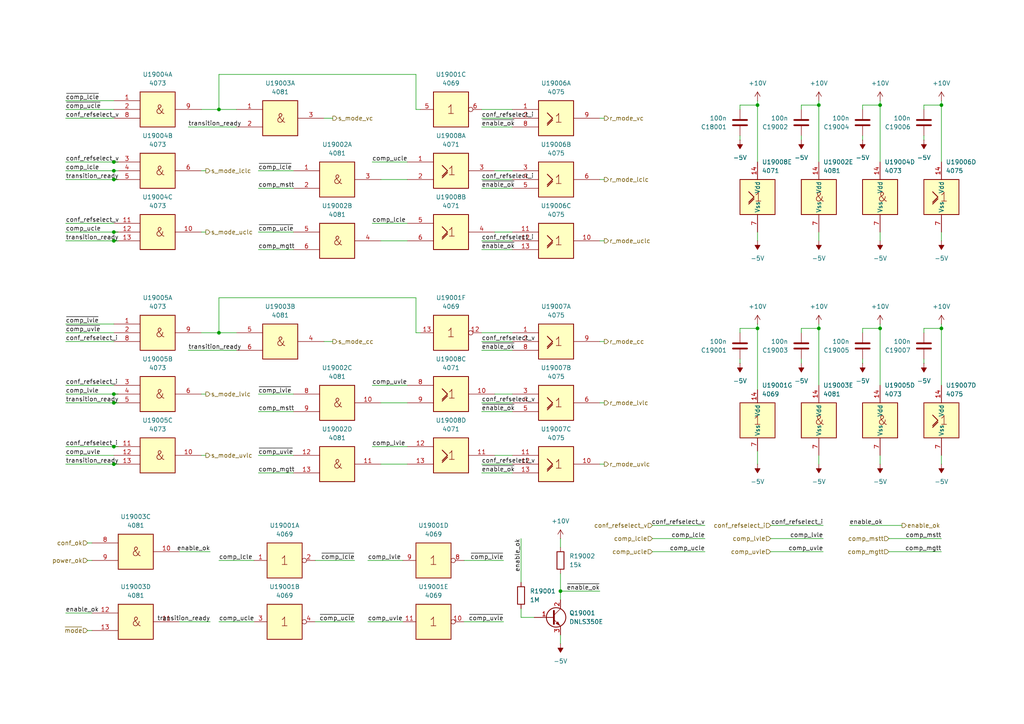
<source format=kicad_sch>
(kicad_sch (version 20231120) (generator "eeschema") (generator_version "8.0")
  (paper "A4")
  (title_block (title "Power Supply Sink") (date "2024-12-02") (rev "0.11.0") (company "Open Battery Tester") (comment 1 "Mode Transition"))
  (lib_symbols
    (symbol "pss:+10V" (power) (pin_numbers hide) (pin_names (offset 0) hide)
      (property "Value" "+10V" (at 0 3.556 0))
      (symbol "+10V_0_1"
        (polyline (pts (xy -0.762 1.27) (xy 0 2.54)))
        (polyline (pts (xy 0 0) (xy 0 2.54)))
        (polyline (pts (xy 0 2.54) (xy 0.762 1.27)))
      )
      (symbol "+10V_1_1"
        (pin power_in line (at 0 0 90) (length 0) (name "~") (number "1"))
      )
    )
    (symbol "pss:-5V" (power) (pin_numbers hide) (pin_names (offset 0) hide)
      (property "Value" "-5V" (at 0 3.556 0))
      (symbol "-5V_0_0"
        (pin power_in line (at 0 0 90) (length 0) (name "~") (number "1"))
      )
      (symbol "-5V_0_1"
        (polyline (pts (xy 0 0) (xy 0 1.27) (xy 0.762 1.27) (xy 0 2.54) (xy -0.762 1.27) (xy 0 1.27)) (fill (type outline)))
      )
    )
    (symbol "pss:4069"
      (property "Reference" "U" (at 2.54 10.16 0))
      (property "Value" "4069" (at 2.54 7.62 0))
      (symbol "4069_0_0"
        (text "1" (at 0 0 0) (effects (font (size 2.54 2.54))))
      )
      (symbol "4069_0_1"
        (rectangle (start -5.08 5.08) (end 5.08 -5.08) (stroke (width 0.254)) (fill (type background)))
      )
      (symbol "4069_1_1"
        (pin input line (at -8.89 0 0) (length 3.81) (name "~") (number "1"))
        (pin output inverted (at 8.89 0 180) (length 3.81) (name "~") (number "2"))
      )
      (symbol "4069_2_1"
        (pin input line (at -8.89 0 0) (length 3.81) (name "~") (number "3"))
        (pin output inverted (at 8.89 0 180) (length 3.81) (name "~") (number "4"))
      )
      (symbol "4069_3_1"
        (pin input line (at -8.89 0 0) (length 3.81) (name "~") (number "5"))
        (pin output inverted (at 8.89 0 180) (length 3.81) (name "~") (number "6"))
      )
      (symbol "4069_4_1"
        (pin output inverted (at 8.89 0 180) (length 3.81) (name "~") (number "8"))
        (pin input line (at -8.89 0 0) (length 3.81) (name "~") (number "9"))
      )
      (symbol "4069_5_1"
        (pin output inverted (at 8.89 0 180) (length 3.81) (name "~") (number "10"))
        (pin input line (at -8.89 0 0) (length 3.81) (name "~") (number "11"))
      )
      (symbol "4069_6_1"
        (pin output inverted (at 8.89 0 180) (length 3.81) (name "~") (number "12"))
        (pin input line (at -8.89 0 0) (length 3.81) (name "~") (number "13"))
      )
      (symbol "4069_7_0"
        (pin power_in line (at 0 8.89 270) (length 3.81) (name "Vdd") (number "14"))
        (pin power_in line (at 0 -8.89 90) (length 3.81) (name "Vss") (number "7"))
      )
    )
    (symbol "pss:4071"
      (property "Reference" "U" (at 2.54 6.35 0))
      (property "Value" "4071" (at 6.35 -6.35 0))
      (symbol "4071_0_0"
        (rectangle (start -5.08 5.08) (end 5.08 -5.08) (stroke (width 0.254)) (fill (type background)))
        (polyline (pts (xy -2.54 -2.032) (xy -1.016 -0.508) (xy -1.016 -0.508)) (stroke (width 0.254)) (fill (type background)))
        (polyline (pts (xy -2.54 1.524) (xy -1.016 0) (xy -2.54 -1.524) (xy -2.54 -1.524)) (stroke (width 0.254)) (fill (type background)))
        (text "1" (at 0.254 0 0) (effects (font (size 2.54 2.54))))
      )
      (symbol "4071_1_1"
        (pin input line (at -12.7 2.54 0) (length 7.62) (name "~") (number "1"))
        (pin input line (at -12.7 -2.54 0) (length 7.62) (name "~") (number "2"))
        (pin output line (at 12.7 0 180) (length 7.62) (name "~") (number "3"))
      )
      (symbol "4071_2_1"
        (pin output line (at 12.7 0 180) (length 7.62) (name "~") (number "4"))
        (pin input line (at -12.7 2.54 0) (length 7.62) (name "~") (number "5"))
        (pin input line (at -12.7 -2.54 0) (length 7.62) (name "~") (number "6"))
      )
      (symbol "4071_3_1"
        (pin output line (at 12.7 0 180) (length 7.62) (name "~") (number "10"))
        (pin input line (at -12.7 2.54 0) (length 7.62) (name "~") (number "8"))
        (pin input line (at -12.7 -2.54 0) (length 7.62) (name "~") (number "9"))
      )
      (symbol "4071_4_1"
        (pin output line (at 12.7 0 180) (length 7.62) (name "~") (number "11"))
        (pin input line (at -12.7 2.54 0) (length 7.62) (name "~") (number "12"))
        (pin input line (at -12.7 -2.54 0) (length 7.62) (name "~") (number "13"))
      )
      (symbol "4071_5_0"
        (pin power_in line (at 0 10.16 270) (length 5.08) (name "Vdd") (number "14"))
        (pin power_in line (at 0 -10.16 90) (length 5.08) (name "Vss") (number "7"))
      )
    )
    (symbol "pss:4073"
      (property "Reference" "U" (at 3.81 6.35 0))
      (property "Value" "4073" (at 6.35 -6.35 0))
      (symbol "4073_0_0"
        (rectangle (start -5.08 5.08) (end 5.08 -5.08) (stroke (width 0.254)) (fill (type background)))
        (text "&" (at 0.762 0 0) (effects (font (size 2.54 2.54))))
      )
      (symbol "4073_1_1"
        (pin input line (at -12.7 2.54 0) (length 7.62) (name "~") (number "1"))
        (pin input line (at -12.7 0 0) (length 7.62) (name "~") (number "2"))
        (pin input line (at -12.7 -2.54 0) (length 7.62) (name "~") (number "8"))
        (pin output line (at 12.7 0 180) (length 7.62) (name "~") (number "9"))
      )
      (symbol "4073_2_1"
        (pin input line (at -12.7 2.54 0) (length 7.62) (name "~") (number "3"))
        (pin input line (at -12.7 0 0) (length 7.62) (name "~") (number "4"))
        (pin input line (at -12.7 -2.54 0) (length 7.62) (name "~") (number "5"))
        (pin output line (at 12.7 0 180) (length 7.62) (name "~") (number "6"))
      )
      (symbol "4073_3_1"
        (pin output line (at 12.7 0 180) (length 7.62) (name "~") (number "10"))
        (pin input line (at -12.7 2.54 0) (length 7.62) (name "~") (number "11"))
        (pin input line (at -12.7 0 0) (length 7.62) (name "~") (number "12"))
        (pin input line (at -12.7 -2.54 0) (length 7.62) (name "~") (number "13"))
      )
      (symbol "4073_4_0"
        (pin power_in line (at 0 10.16 270) (length 5.08) (name "Vdd") (number "14"))
        (pin power_in line (at 0 -10.16 90) (length 5.08) (name "Vss") (number "7"))
      )
    )
    (symbol "pss:4075"
      (property "Reference" "U" (at 0 8.89 0))
      (property "Value" "4075" (at 0 6.35 0))
      (symbol "4075_0_0"
        (rectangle (start -5.08 5.08) (end 5.08 -5.08) (stroke (width 0.254)) (fill (type background)))
        (polyline (pts (xy -2.54 -2.032) (xy -1.016 -0.508) (xy -1.016 -0.508)) (stroke (width 0.254)) (fill (type background)))
        (polyline (pts (xy -2.54 1.524) (xy -1.016 0) (xy -2.54 -1.524) (xy -2.54 -1.524)) (stroke (width 0.254)) (fill (type background)))
        (text "1" (at 0.762 0 0) (effects (font (size 2.54 2.54))))
      )
      (symbol "4075_1_1"
        (pin input line (at -12.7 2.54 0) (length 7.62) (name "~") (number "1"))
        (pin input line (at -12.7 0 0) (length 7.62) (name "~") (number "2"))
        (pin input line (at -12.7 -2.54 0) (length 7.62) (name "~") (number "8"))
        (pin output line (at 12.7 0 180) (length 7.62) (name "~") (number "9"))
      )
      (symbol "4075_2_1"
        (pin input line (at -12.7 2.54 0) (length 7.62) (name "~") (number "3"))
        (pin input line (at -12.7 0 0) (length 7.62) (name "~") (number "4"))
        (pin input line (at -12.7 -2.54 0) (length 7.62) (name "~") (number "5"))
        (pin output line (at 12.7 0 180) (length 7.62) (name "~") (number "6"))
      )
      (symbol "4075_3_1"
        (pin output line (at 12.7 0 180) (length 7.62) (name "~") (number "10"))
        (pin input line (at -12.7 2.54 0) (length 7.62) (name "~") (number "11"))
        (pin input line (at -12.7 0 0) (length 7.62) (name "~") (number "12"))
        (pin input line (at -12.7 -2.54 0) (length 7.62) (name "~") (number "13"))
      )
      (symbol "4075_4_0"
        (pin power_in line (at 0 10.16 270) (length 5.08) (name "Vdd") (number "14"))
        (pin power_in line (at 0 -10.16 90) (length 5.08) (name "Vss") (number "7"))
      )
    )
    (symbol "pss:4081"
      (property "Reference" "U" (at 2.54 10.16 0))
      (property "Value" "4081" (at 2.54 7.62 0))
      (symbol "4081_0_0"
        (rectangle (start -5.08 5.08) (end 5.08 -5.08) (stroke (width 0.254)) (fill (type background)))
        (text "&" (at 0.254 0 0) (effects (font (size 2.54 2.54))))
      )
      (symbol "4081_1_1"
        (pin input line (at -12.7 2.54 0) (length 7.62) (name "~") (number "1"))
        (pin input line (at -12.7 -2.54 0) (length 7.62) (name "~") (number "2"))
        (pin output line (at 12.7 0 180) (length 7.62) (name "~") (number "3"))
      )
      (symbol "4081_2_1"
        (pin output line (at 12.7 0 180) (length 7.62) (name "~") (number "4"))
        (pin input line (at -12.7 2.54 0) (length 7.62) (name "~") (number "5"))
        (pin input line (at -12.7 -2.54 0) (length 7.62) (name "~") (number "6"))
      )
      (symbol "4081_3_1"
        (pin output line (at 12.7 0 180) (length 7.62) (name "~") (number "10"))
        (pin input line (at -12.7 2.54 0) (length 7.62) (name "~") (number "8"))
        (pin input line (at -12.7 -2.54 0) (length 7.62) (name "~") (number "9"))
      )
      (symbol "4081_4_1"
        (pin output line (at 12.7 0 180) (length 7.62) (name "~") (number "11"))
        (pin input line (at -12.7 2.54 0) (length 7.62) (name "~") (number "12"))
        (pin input line (at -12.7 -2.54 0) (length 7.62) (name "~") (number "13"))
      )
      (symbol "4081_5_0"
        (pin power_in line (at 0 10.16 270) (length 5.08) (name "Vdd") (number "14"))
        (pin power_in line (at 0 -10.16 90) (length 5.08) (name "Vss") (number "7"))
      )
    )
    (symbol "pss:C" (pin_numbers hide) (pin_names (offset 0.254))
      (property "Reference" "C" (at 0.635 2.54 0))
      (property "Value" "C" (at 0.635 -2.54 0))
      (symbol "C_0_1"
        (polyline (pts (xy -2.032 -0.762) (xy 2.032 -0.762)) (stroke (width 0.508)))
        (polyline (pts (xy -2.032 0.762) (xy 2.032 0.762)) (stroke (width 0.508)))
      )
      (symbol "C_1_1"
        (pin passive line (at 0 3.81 270) (length 2.794) (name "~") (number "1"))
        (pin passive line (at 0 -3.81 90) (length 2.794) (name "~") (number "2"))
      )
    )
    (symbol "pss:Q_NPN_BCE" (pin_names (offset 0) hide)
      (property "Reference" "Q" (at 5.08 1.27 0))
      (property "Value" "Q_NPN_BCE" (at 5.08 -1.27 0))
      (symbol "Q_NPN_BCE_0_1"
        (polyline (pts (xy 0.635 0.635) (xy 2.54 2.54)))
        (polyline (pts (xy 0.635 -0.635) (xy 2.54 -2.54) (xy 2.54 -2.54)))
        (polyline (pts (xy 0.635 1.905) (xy 0.635 -1.905) (xy 0.635 -1.905)) (stroke (width 0.508)))
        (polyline (pts (xy 1.27 -1.778) (xy 1.778 -1.27) (xy 2.286 -2.286) (xy 1.27 -1.778) (xy 1.27 -1.778)) (fill (type outline)))
        (circle (center 1.27 0) (radius 2.8194) (stroke (width 0.254)))
      )
      (symbol "Q_NPN_BCE_1_1"
        (pin input line (at -5.08 0 0) (length 5.715) (name "B") (number "1"))
        (pin passive line (at 2.54 5.08 270) (length 2.54) (name "C") (number "2"))
        (pin passive line (at 2.54 -5.08 90) (length 2.54) (name "E") (number "3"))
      )
    )
    (symbol "pss:R" (pin_numbers hide) (pin_names (offset 0))
      (property "Reference" "R" (at 2.032 0 90))
      (property "Value" "R" (at 0 0 90))
      (symbol "R_0_1"
        (rectangle (start -1.016 -2.54) (end 1.016 2.54) (stroke (width 0.254)))
      )
      (symbol "R_1_1"
        (pin passive line (at 0 3.81 270) (length 1.27) (name "~") (number "1"))
        (pin passive line (at 0 -3.81 90) (length 1.27) (name "~") (number "2"))
      )
    )
  )
  (junction (at 33.02 67.31))
  (junction (at 162.56 171.45))
  (junction (at 33.02 52.07))
  (junction (at 219.71 30.48))
  (junction (at 273.05 95.25))
  (junction (at 33.02 134.62))
  (junction (at 33.02 116.84))
  (junction (at 273.05 30.48))
  (junction (at 33.02 69.85))
  (junction (at 33.02 129.54))
  (junction (at 237.49 30.48))
  (junction (at 219.71 95.25))
  (junction (at 33.02 46.99))
  (junction (at 63.5 96.52))
  (junction (at 33.02 114.3))
  (junction (at 255.27 30.48))
  (junction (at 237.49 95.25))
  (junction (at 33.02 49.53))
  (junction (at 63.5 31.75))
  (junction (at 255.27 95.25))
  (wire (pts (xy 74.93 114.3) (xy 85.09 114.3)))
  (wire (pts (xy 19.05 31.75) (xy 33.02 31.75)))
  (wire (pts (xy 19.05 52.07) (xy 33.02 52.07)))
  (wire (pts (xy 143.51 132.08) (xy 148.59 132.08)))
  (wire (pts (xy 134.62 180.34) (xy 146.05 180.34)))
  (wire (pts (xy 273.05 93.98) (xy 273.05 95.25)))
  (wire (pts (xy 151.13 179.07) (xy 154.94 179.07)))
  (wire (pts (xy 255.27 95.25) (xy 255.27 111.76)))
  (wire (pts (xy 19.05 69.85) (xy 33.02 69.85)))
  (wire (pts (xy 232.41 39.37) (xy 232.41 40.64)))
  (wire (pts (xy 106.68 180.34) (xy 116.84 180.34)))
  (wire (pts (xy 214.63 30.48) (xy 214.63 31.75)))
  (wire (pts (xy 63.5 31.75) (xy 68.58 31.75)))
  (wire (pts (xy 107.95 111.76) (xy 118.11 111.76)))
  (wire (pts (xy 19.05 34.29) (xy 33.02 34.29)))
  (wire (pts (xy 250.19 96.52) (xy 250.19 95.25)))
  (wire (pts (xy 63.5 21.59) (xy 63.5 31.75)))
  (wire (pts (xy 58.42 49.53) (xy 59.69 49.53)))
  (wire (pts (xy 107.95 129.54) (xy 118.11 129.54)))
  (wire (pts (xy 267.97 39.37) (xy 267.97 40.64)))
  (wire (pts (xy 219.71 93.98) (xy 219.71 95.25)))
  (wire (pts (xy 19.05 29.21) (xy 33.02 29.21)))
  (wire (pts (xy 232.41 96.52) (xy 232.41 95.25)))
  (wire (pts (xy 110.49 69.85) (xy 118.11 69.85)))
  (wire (pts (xy 19.05 99.06) (xy 33.02 99.06)))
  (wire (pts (xy 26.67 177.8) (xy 19.05 177.8)))
  (wire (pts (xy 139.7 96.52) (xy 148.59 96.52)))
  (wire (pts (xy 267.97 31.75) (xy 267.97 30.48)))
  (wire (pts (xy 255.27 29.21) (xy 255.27 30.48)))
  (wire (pts (xy 34.29 46.99) (xy 33.02 46.99)))
  (wire (pts (xy 255.27 67.31) (xy 255.27 69.85)))
  (wire (pts (xy 250.19 104.14) (xy 250.19 105.41)))
  (wire (pts (xy 189.23 152.4) (xy 204.47 152.4)))
  (wire (pts (xy 139.7 34.29) (xy 148.59 34.29)))
  (wire (pts (xy 232.41 31.75) (xy 232.41 30.48)))
  (wire (pts (xy 54.61 36.83) (xy 68.58 36.83)))
  (wire (pts (xy 139.7 116.84) (xy 148.59 116.84)))
  (wire (pts (xy 151.13 156.21) (xy 151.13 168.91)))
  (wire (pts (xy 93.98 99.06) (xy 96.52 99.06)))
  (wire (pts (xy 257.81 160.02) (xy 273.05 160.02)))
  (wire (pts (xy 223.52 156.21) (xy 238.76 156.21)))
  (wire (pts (xy 237.49 132.08) (xy 237.49 134.62)))
  (wire (pts (xy 189.23 156.21) (xy 204.47 156.21)))
  (wire (pts (xy 54.61 101.6) (xy 68.58 101.6)))
  (wire (pts (xy 34.29 67.31) (xy 33.02 67.31)))
  (wire (pts (xy 58.42 31.75) (xy 63.5 31.75)))
  (wire (pts (xy 91.44 180.34) (xy 102.87 180.34)))
  (wire (pts (xy 63.5 162.56) (xy 73.66 162.56)))
  (wire (pts (xy 134.62 162.56) (xy 146.05 162.56)))
  (wire (pts (xy 19.05 134.62) (xy 33.02 134.62)))
  (wire (pts (xy 33.02 49.53) (xy 19.05 49.53)))
  (wire (pts (xy 237.49 67.31) (xy 237.49 69.85)))
  (wire (pts (xy 223.52 160.02) (xy 238.76 160.02)))
  (wire (pts (xy 267.97 30.48) (xy 273.05 30.48)))
  (wire (pts (xy 120.65 21.59) (xy 63.5 21.59)))
  (wire (pts (xy 237.49 95.25) (xy 237.49 111.76)))
  (wire (pts (xy 162.56 184.15) (xy 162.56 186.69)))
  (wire (pts (xy 120.65 86.36) (xy 63.5 86.36)))
  (wire (pts (xy 34.29 129.54) (xy 33.02 129.54)))
  (wire (pts (xy 219.71 46.99) (xy 219.71 30.48)))
  (wire (pts (xy 34.29 49.53) (xy 33.02 49.53)))
  (wire (pts (xy 250.19 39.37) (xy 250.19 40.64)))
  (wire (pts (xy 34.29 69.85) (xy 33.02 69.85)))
  (wire (pts (xy 143.51 114.3) (xy 148.59 114.3)))
  (wire (pts (xy 219.71 95.25) (xy 219.71 113.03)))
  (wire (pts (xy 214.63 104.14) (xy 214.63 105.41)))
  (wire (pts (xy 19.05 116.84) (xy 33.02 116.84)))
  (wire (pts (xy 19.05 114.3) (xy 33.02 114.3)))
  (wire (pts (xy 34.29 114.3) (xy 33.02 114.3)))
  (wire (pts (xy 273.05 29.21) (xy 273.05 30.48)))
  (wire (pts (xy 74.93 132.08) (xy 85.09 132.08)))
  (wire (pts (xy 162.56 166.37) (xy 162.56 171.45)))
  (wire (pts (xy 219.71 29.21) (xy 219.71 30.48)))
  (wire (pts (xy 173.99 34.29) (xy 175.26 34.29)))
  (wire (pts (xy 139.7 99.06) (xy 148.59 99.06)))
  (wire (pts (xy 232.41 30.48) (xy 237.49 30.48)))
  (wire (pts (xy 139.7 119.38) (xy 148.59 119.38)))
  (wire (pts (xy 34.29 134.62) (xy 33.02 134.62)))
  (wire (pts (xy 232.41 104.14) (xy 232.41 105.41)))
  (wire (pts (xy 151.13 176.53) (xy 151.13 179.07)))
  (wire (pts (xy 139.7 54.61) (xy 148.59 54.61)))
  (wire (pts (xy 162.56 156.21) (xy 162.56 158.75)))
  (wire (pts (xy 255.27 132.08) (xy 255.27 134.62)))
  (wire (pts (xy 58.42 67.31) (xy 59.69 67.31)))
  (wire (pts (xy 273.05 30.48) (xy 273.05 46.99)))
  (wire (pts (xy 143.51 67.31) (xy 148.59 67.31)))
  (wire (pts (xy 139.7 69.85) (xy 148.59 69.85)))
  (wire (pts (xy 60.96 180.34) (xy 52.07 180.34)))
  (wire (pts (xy 107.95 64.77) (xy 118.11 64.77)))
  (wire (pts (xy 214.63 95.25) (xy 219.71 95.25)))
  (wire (pts (xy 58.42 96.52) (xy 63.5 96.52)))
  (wire (pts (xy 19.05 46.99) (xy 33.02 46.99)))
  (wire (pts (xy 121.92 31.75) (xy 120.65 31.75)))
  (wire (pts (xy 106.68 162.56) (xy 116.84 162.56)))
  (wire (pts (xy 120.65 96.52) (xy 120.65 86.36)))
  (wire (pts (xy 219.71 67.31) (xy 219.71 69.85)))
  (wire (pts (xy 223.52 152.4) (xy 238.76 152.4)))
  (wire (pts (xy 246.38 152.4) (xy 261.62 152.4)))
  (wire (pts (xy 257.81 156.21) (xy 273.05 156.21)))
  (wire (pts (xy 189.23 160.02) (xy 204.47 160.02)))
  (wire (pts (xy 250.19 95.25) (xy 255.27 95.25)))
  (wire (pts (xy 173.99 116.84) (xy 175.26 116.84)))
  (wire (pts (xy 267.97 96.52) (xy 267.97 95.25)))
  (wire (pts (xy 19.05 93.98) (xy 33.02 93.98)))
  (wire (pts (xy 232.41 95.25) (xy 237.49 95.25)))
  (wire (pts (xy 139.7 72.39) (xy 148.59 72.39)))
  (wire (pts (xy 63.5 96.52) (xy 68.58 96.52)))
  (wire (pts (xy 173.99 69.85) (xy 175.26 69.85)))
  (wire (pts (xy 110.49 52.07) (xy 118.11 52.07)))
  (wire (pts (xy 139.7 137.16) (xy 148.59 137.16)))
  (wire (pts (xy 255.27 30.48) (xy 255.27 46.99)))
  (wire (pts (xy 273.05 67.31) (xy 273.05 69.85)))
  (wire (pts (xy 173.99 99.06) (xy 175.26 99.06)))
  (wire (pts (xy 33.02 67.31) (xy 19.05 67.31)))
  (wire (pts (xy 162.56 171.45) (xy 162.56 173.99)))
  (wire (pts (xy 25.4 157.48) (xy 26.67 157.48)))
  (wire (pts (xy 143.51 49.53) (xy 148.59 49.53)))
  (wire (pts (xy 139.7 101.6) (xy 148.59 101.6)))
  (wire (pts (xy 107.95 46.99) (xy 118.11 46.99)))
  (wire (pts (xy 74.93 67.31) (xy 85.09 67.31)))
  (wire (pts (xy 173.99 134.62) (xy 175.26 134.62)))
  (wire (pts (xy 19.05 96.52) (xy 33.02 96.52)))
  (wire (pts (xy 19.05 132.08) (xy 33.02 132.08)))
  (wire (pts (xy 255.27 93.98) (xy 255.27 95.25)))
  (wire (pts (xy 58.42 114.3) (xy 59.69 114.3)))
  (wire (pts (xy 237.49 93.98) (xy 237.49 95.25)))
  (wire (pts (xy 267.97 95.25) (xy 273.05 95.25)))
  (wire (pts (xy 74.93 137.16) (xy 85.09 137.16)))
  (wire (pts (xy 173.99 52.07) (xy 175.26 52.07)))
  (wire (pts (xy 74.93 49.53) (xy 85.09 49.53)))
  (wire (pts (xy 139.7 52.07) (xy 148.59 52.07)))
  (wire (pts (xy 19.05 129.54) (xy 33.02 129.54)))
  (wire (pts (xy 74.93 119.38) (xy 85.09 119.38)))
  (wire (pts (xy 139.7 31.75) (xy 148.59 31.75)))
  (wire (pts (xy 219.71 130.81) (xy 219.71 134.62)))
  (wire (pts (xy 162.56 171.45) (xy 173.99 171.45)))
  (wire (pts (xy 219.71 30.48) (xy 214.63 30.48)))
  (wire (pts (xy 52.07 160.02) (xy 60.96 160.02)))
  (wire (pts (xy 110.49 134.62) (xy 118.11 134.62)))
  (wire (pts (xy 74.93 54.61) (xy 85.09 54.61)))
  (wire (pts (xy 237.49 29.21) (xy 237.49 30.48)))
  (wire (pts (xy 273.05 132.08) (xy 273.05 134.62)))
  (wire (pts (xy 139.7 134.62) (xy 148.59 134.62)))
  (wire (pts (xy 19.05 111.76) (xy 33.02 111.76)))
  (wire (pts (xy 250.19 31.75) (xy 250.19 30.48)))
  (wire (pts (xy 139.7 36.83) (xy 148.59 36.83)))
  (wire (pts (xy 273.05 95.25) (xy 273.05 111.76)))
  (wire (pts (xy 25.4 182.88) (xy 26.67 182.88)))
  (wire (pts (xy 250.19 30.48) (xy 255.27 30.48)))
  (wire (pts (xy 19.05 64.77) (xy 33.02 64.77)))
  (wire (pts (xy 214.63 39.37) (xy 214.63 40.64)))
  (wire (pts (xy 267.97 104.14) (xy 267.97 105.41)))
  (wire (pts (xy 63.5 86.36) (xy 63.5 96.52)))
  (wire (pts (xy 34.29 52.07) (xy 33.02 52.07)))
  (wire (pts (xy 110.49 116.84) (xy 118.11 116.84)))
  (wire (pts (xy 120.65 31.75) (xy 120.65 21.59)))
  (wire (pts (xy 63.5 180.34) (xy 73.66 180.34)))
  (wire (pts (xy 120.65 96.52) (xy 121.92 96.52)))
  (wire (pts (xy 25.4 162.56) (xy 26.67 162.56)))
  (wire (pts (xy 214.63 96.52) (xy 214.63 95.25)))
  (wire (pts (xy 91.44 162.56) (xy 102.87 162.56)))
  (wire (pts (xy 58.42 132.08) (xy 59.69 132.08)))
  (wire (pts (xy 34.29 116.84) (xy 33.02 116.84)))
  (wire (pts (xy 74.93 72.39) (xy 85.09 72.39)))
  (wire (pts (xy 237.49 30.48) (xy 237.49 46.99)))
  (wire (pts (xy 93.98 34.29) (xy 96.52 34.29)))
  (label "comp_mstt" (at 273.05 156.21 180))
  (label "comp_uvle" (at 107.95 111.76 0))
  (label "~{enable_ok}" (at 173.99 171.45 180))
  (label "~{comp_uvle}" (at 19.05 96.52 0))
  (label "transition_ready" (at 54.61 36.83 0))
  (label "enable_ok" (at 60.96 160.02 180))
  (label "comp_ucle" (at 63.5 180.34 0))
  (label "~{comp_lvle}" (at 146.05 162.56 180))
  (label "transition_ready" (at 19.05 52.07 0))
  (label "comp_uvle" (at 238.76 160.02 180))
  (label "comp_ucle" (at 19.05 67.31 0))
  (label "~{enable_ok}" (at 139.7 72.39 0))
  (label "~{comp_lcle}" (at 102.87 162.56 180))
  (label "enable_ok" (at 19.05 177.8 0))
  (label "conf_refselect_i" (at 19.05 111.76 0))
  (label "comp_mgtt" (at 74.93 72.39 0))
  (label "conf_refselect_i" (at 139.7 52.07 0))
  (label "conf_refselect_i" (at 19.05 99.06 0))
  (label "conf_refselect_v" (at 204.47 152.4 180))
  (label "comp_lvle" (at 238.76 156.21 180))
  (label "~{enable_ok}" (at 139.7 137.16 0))
  (label "transition_ready" (at 60.96 180.34 180))
  (label "~{comp_ucle}" (at 74.93 67.31 0))
  (label "~{comp_lcle}" (at 74.93 49.53 0))
  (label "comp_lcle" (at 107.95 64.77 0))
  (label "conf_refselect_i" (at 139.7 34.29 0))
  (label "comp_mgtt" (at 74.93 137.16 0))
  (label "~{comp_uvle}" (at 146.05 180.34 180))
  (label "~{comp_ucle}" (at 102.87 180.34 180))
  (label "conf_refselect_i" (at 238.76 152.4 180))
  (label "comp_lvle" (at 106.68 162.56 0))
  (label "comp_mgtt" (at 273.05 160.02 180))
  (label "conf_refselect_v" (at 19.05 64.77 0))
  (label "comp_lvle" (at 107.95 129.54 0))
  (label "~{enable_ok}" (at 139.7 54.61 0))
  (label "transition_ready" (at 19.05 134.62 0))
  (label "transition_ready" (at 19.05 69.85 0))
  (label "transition_ready" (at 19.05 116.84 0))
  (label "comp_ucle" (at 107.95 46.99 0))
  (label "comp_ucle" (at 204.47 160.02 180))
  (label "~{comp_lcle}" (at 19.05 29.21 0))
  (label "comp_mstt" (at 74.93 54.61 0))
  (label "~{comp_uvle}" (at 74.93 132.08 0))
  (label "conf_refselect_v" (at 139.7 99.06 0))
  (label "comp_lvle" (at 19.05 114.3 0))
  (label "conf_refselect_v" (at 139.7 134.62 0))
  (label "conf_refselect_i" (at 139.7 69.85 0))
  (label "~{comp_lvle}" (at 19.05 93.98 0))
  (label "~{comp_ucle}" (at 19.05 31.75 0))
  (label "enable_ok" (at 246.38 152.4 0))
  (label "comp_mstt" (at 74.93 119.38 0))
  (label "comp_lcle" (at 63.5 162.56 0))
  (label "conf_refselect_v" (at 19.05 46.99 0))
  (label "transition_ready" (at 54.61 101.6 0))
  (label "comp_uvle" (at 106.68 180.34 0))
  (label "conf_refselect_i" (at 19.05 129.54 0))
  (label "~{enable_ok}" (at 139.7 119.38 0))
  (label "conf_refselect_v" (at 139.7 116.84 0))
  (label "~{comp_lvle}" (at 74.93 114.3 0))
  (label "comp_lcle" (at 19.05 49.53 0))
  (label "enable_ok" (at 151.13 156.21 270))
  (label "conf_refselect_v" (at 19.05 34.29 0))
  (label "~{enable_ok}" (at 139.7 101.6 0))
  (label "comp_lcle" (at 204.47 156.21 180))
  (label "comp_uvle" (at 19.05 132.08 0))
  (label "~{enable_ok}" (at 139.7 36.83 0))
  (hierarchical_label "s_mode_lclc" (shape output) (at 59.69 49.53 0))
  (hierarchical_label "enable_ok" (shape output) (at 261.62 152.4 0))
  (hierarchical_label "comp_uvle" (shape input) (at 223.52 160.02 180))
  (hierarchical_label "comp_mgtt" (shape input) (at 257.81 160.02 180))
  (hierarchical_label "s_mode_uvlc" (shape output) (at 59.69 132.08 0))
  (hierarchical_label "s_mode_uclc" (shape output) (at 59.69 67.31 0))
  (hierarchical_label "r_mode_uclc" (shape output) (at 175.26 69.85 0))
  (hierarchical_label "comp_mstt" (shape input) (at 257.81 156.21 180))
  (hierarchical_label "r_mode_lvlc" (shape output) (at 175.26 116.84 0))
  (hierarchical_label "power_ok" (shape input) (at 25.4 162.56 180))
  (hierarchical_label "conf_refselect_v" (shape input) (at 189.23 152.4 180))
  (hierarchical_label "comp_lcle" (shape input) (at 189.23 156.21 180))
  (hierarchical_label "s_mode_lvlc" (shape output) (at 59.69 114.3 0))
  (hierarchical_label "s_mode_vc" (shape output) (at 96.52 34.29 0))
  (hierarchical_label "comp_lvle" (shape input) (at 223.52 156.21 180))
  (hierarchical_label "~{mode}" (shape input) (at 25.4 182.88 180))
  (hierarchical_label "s_mode_cc" (shape output) (at 96.52 99.06 0))
  (hierarchical_label "r_mode_lclc" (shape output) (at 175.26 52.07 0))
  (hierarchical_label "conf_refselect_i" (shape input) (at 223.52 152.4 180))
  (hierarchical_label "comp_ucle" (shape input) (at 189.23 160.02 180))
  (hierarchical_label "r_mode_vc" (shape output) (at 175.26 34.29 0))
  (hierarchical_label "r_mode_cc" (shape output) (at 175.26 99.06 0))
  (hierarchical_label "r_mode_uvlc" (shape output) (at 175.26 134.62 0))
  (hierarchical_label "conf_ok" (shape input) (at 25.4 157.48 180))
  (symbol (lib_id "pss:4073") (at 45.72 96.52 0) (unit 1)
    (property "Reference" "U19005" (at 45.72 86.36 0))
    (property "Value" "4073" (at 45.72 88.9 0))
    (property "Footprint" "Package_SO:SOIC-14_3.9x8.7mm_P1.27mm" (effects (hide yes)))
    (property "Datasheet" "https://www.ti.com/lit/ds/symlink/cd4073b.pdf" (effects (hide yes)))
    (property "MPN" "CD4073BM96" (effects (hide yes)))
    (property "VPN" "595-CD4073BM96" (effects (hide yes)))
  )
  (symbol (lib_id "pss:-5V") (at 219.71 134.62 180) (unit 1)
    (property "Reference" "#PWR019005" (effects (hide yes)))
    (property "Value" "-5V" (at 219.71 139.7 0))
    (property "Description" "Power symbol creates a global label with name \"-5V\"" (effects (hide yes)))
  )
  (symbol (lib_id "pss:-5V") (at 250.19 40.64 180) (unit 1)
    (property "Reference" "#PWR019014" (effects (hide yes)))
    (property "Value" "-5V" (at 250.19 45.72 0))
    (property "Description" "Power symbol creates a global label with name \"-5V\"" (effects (hide yes)))
  )
  (symbol (lib_id "pss:4073") (at 45.72 114.3 0) (unit 2)
    (property "Reference" "U19005" (at 45.72 104.14 0))
    (property "Value" "4073" (at 45.72 106.68 0))
    (property "Footprint" "Package_SO:SOIC-14_3.9x8.7mm_P1.27mm" (effects (hide yes)))
    (property "Datasheet" "https://www.ti.com/lit/ds/symlink/cd4073b.pdf" (effects (hide yes)))
    (property "MPN" "CD4073BM96" (effects (hide yes)))
    (property "VPN" "595-CD4073BM96" (effects (hide yes)))
  )
  (symbol (lib_id "pss:4081") (at 39.37 160.02 0) (unit 3)
    (property "Reference" "U19003" (at 39.37 149.86 0))
    (property "Value" "4081" (at 39.37 152.4 0))
    (property "Footprint" "Package_SO:SOIC-14_3.9x8.7mm_P1.27mm" (effects (hide yes)))
    (property "Datasheet" "https://www.ti.com/lit/ds/symlink/cd4081b.pdf" (effects (hide yes)))
    (property "MPN" "CD4081BM96" (effects (hide yes)))
    (property "VPN" "595-CD4081BM96" (effects (hide yes)))
  )
  (symbol (lib_id "pss:4069") (at 82.55 162.56 0) (unit 1)
    (property "Reference" "U19001" (at 82.55 152.4 0))
    (property "Value" "4069" (at 82.55 154.94 0))
    (property "Footprint" "Package_SO:SOIC-14_3.9x8.7mm_P1.27mm" (effects (hide yes)))
    (property "Datasheet" "https://www.ti.com/lit/ds/symlink/cd4069ub.pdf" (effects (hide yes)))
    (property "MPN" "CD4069UBM96" (effects (hide yes)))
    (property "VPN" "595-CD4069UBM96" (effects (hide yes)))
  )
  (symbol (lib_id "pss:4073") (at 45.72 31.75 0) (unit 1)
    (property "Reference" "U19004" (at 45.72 21.59 0))
    (property "Value" "4073" (at 45.72 24.13 0))
    (property "Footprint" "Package_SO:SOIC-14_3.9x8.7mm_P1.27mm" (effects (hide yes)))
    (property "Datasheet" "https://www.ti.com/lit/ds/symlink/cd4073b.pdf" (effects (hide yes)))
    (property "MPN" "CD4073BM96" (effects (hide yes)))
    (property "VPN" "595-CD4073BM96" (effects (hide yes)))
  )
  (symbol (lib_id "pss:4069") (at 130.81 31.75 0) (unit 3)
    (property "Reference" "U19001" (at 130.81 21.59 0))
    (property "Value" "4069" (at 130.81 24.13 0))
    (property "Footprint" "Package_SO:SOIC-14_3.9x8.7mm_P1.27mm" (effects (hide yes)))
    (property "Datasheet" "https://www.ti.com/lit/ds/symlink/cd4069ub.pdf" (effects (hide yes)))
    (property "MPN" "CD4069UBM96" (effects (hide yes)))
    (property "VPN" "595-CD4069UBM96" (effects (hide yes)))
  )
  (symbol (lib_id "pss:4071") (at 130.81 114.3 0) (unit 3)
    (property "Reference" "U19008" (at 130.81 104.14 0))
    (property "Value" "4071" (at 130.81 106.68 0))
    (property "Footprint" "Package_SO:SOIC-14_3.9x8.7mm_P1.27mm" (effects (hide yes)))
    (property "Datasheet" "https://www.ti.com/lit/ds/symlink/cd4071b.pdf" (effects (hide yes)))
    (property "MPN" "CD4071BM96" (effects (hide yes)))
    (property "VPN" "595-CD4071BM96" (effects (hide yes)))
  )
  (symbol (lib_id "pss:-5V") (at 214.63 105.41 180) (unit 1)
    (property "Reference" "#PWR019003" (effects (hide yes)))
    (property "Value" "-5V" (at 214.63 110.49 0))
    (property "Description" "Power symbol creates a global label with name \"-5V\"" (effects (hide yes)))
  )
  (symbol (lib_id "pss:4075") (at 273.05 121.92 0) (unit 4)
    (property "Reference" "U19007" (at 274.32 111.76 0) (effects (justify left)))
    (property "Value" "4075" (at 274.32 114.3 0) (effects (justify left)))
    (property "Footprint" "Package_SO:SOIC-14_3.9x8.7mm_P1.27mm" (effects (hide yes)))
    (property "Datasheet" "https://www.ti.com/lit/ds/symlink/cd4075b.pdf" (effects (hide yes)))
    (property "MPN" "CD4075BM96" (effects (hide yes)))
    (property "VPN" "595-CD4075BM96" (effects (hide yes)))
  )
  (symbol (lib_id "pss:-5V") (at 237.49 69.85 180) (unit 1)
    (property "Reference" "#PWR019011" (effects (hide yes)))
    (property "Value" "-5V" (at 237.49 74.93 0))
    (property "Description" "Power symbol creates a global label with name \"-5V\"" (effects (hide yes)))
  )
  (symbol (lib_id "pss:-5V") (at 162.56 186.69 180) (unit 1)
    (property "Reference" "#PWR019002" (effects (hide yes)))
    (property "Value" "-5V" (at 162.56 191.77 0))
    (property "Description" "Power symbol creates a global label with name \"-5V\"" (effects (hide yes)))
  )
  (symbol (lib_id "pss:4073") (at 255.27 57.15 0) (unit 4)
    (property "Reference" "U19004" (at 256.54 46.99 0) (effects (justify left)))
    (property "Value" "4073" (at 256.54 49.53 0) (effects (justify left)))
    (property "Footprint" "Package_SO:SOIC-14_3.9x8.7mm_P1.27mm" (effects (hide yes)))
    (property "Datasheet" "https://www.ti.com/lit/ds/symlink/cd4073b.pdf" (effects (hide yes)))
    (property "MPN" "CD4073BM96" (effects (hide yes)))
    (property "VPN" "595-CD4073BM96" (effects (hide yes)))
  )
  (symbol (lib_id "pss:+10V") (at 237.49 29.21 0) (unit 1)
    (property "Reference" "#PWR019010" (effects (hide yes)))
    (property "Value" "+10V" (at 237.49 24.13 0))
    (property "Description" "Power symbol creates a global label with name \"+10V\"" (effects (hide yes)))
  )
  (symbol (lib_id "pss:+10V") (at 237.49 93.98 0) (unit 1)
    (property "Reference" "#PWR019012" (effects (hide yes)))
    (property "Value" "+10V" (at 237.49 88.9 0))
    (property "Description" "Power symbol creates a global label with name \"+10V\"" (effects (hide yes)))
  )
  (symbol (lib_id "pss:4069") (at 125.73 162.56 0) (unit 4)
    (property "Reference" "U19001" (at 125.73 152.4 0))
    (property "Value" "4069" (at 125.73 154.94 0))
    (property "Footprint" "Package_SO:SOIC-14_3.9x8.7mm_P1.27mm" (effects (hide yes)))
    (property "Datasheet" "https://www.ti.com/lit/ds/symlink/cd4069ub.pdf" (effects (hide yes)))
    (property "MPN" "CD4069UBM96" (effects (hide yes)))
    (property "VPN" "595-CD4069UBM96" (effects (hide yes)))
  )
  (symbol (lib_id "pss:-5V") (at 232.41 40.64 180) (unit 1)
    (property "Reference" "#PWR019008" (effects (hide yes)))
    (property "Value" "-5V" (at 232.41 45.72 0))
    (property "Description" "Power symbol creates a global label with name \"-5V\"" (effects (hide yes)))
  )
  (symbol (lib_id "pss:4073") (at 255.27 121.92 0) (unit 4)
    (property "Reference" "U19005" (at 256.54 111.76 0) (effects (justify left)))
    (property "Value" "4073" (at 256.54 114.3 0) (effects (justify left)))
    (property "Footprint" "Package_SO:SOIC-14_3.9x8.7mm_P1.27mm" (effects (hide yes)))
    (property "Datasheet" "https://www.ti.com/lit/ds/symlink/cd4073b.pdf" (effects (hide yes)))
    (property "MPN" "CD4073BM96" (effects (hide yes)))
    (property "VPN" "595-CD4073BM96" (effects (hide yes)))
  )
  (symbol (lib_id "pss:4075") (at 161.29 99.06 0) (unit 1)
    (property "Reference" "U19007" (at 161.29 88.9 0))
    (property "Value" "4075" (at 161.29 91.44 0))
    (property "Footprint" "Package_SO:SOIC-14_3.9x8.7mm_P1.27mm" (effects (hide yes)))
    (property "Datasheet" "https://www.ti.com/lit/ds/symlink/cd4075b.pdf" (effects (hide yes)))
    (property "MPN" "CD4075BM96" (effects (hide yes)))
    (property "VPN" "595-CD4075BM96" (effects (hide yes)))
  )
  (symbol (lib_id "pss:4081") (at 39.37 180.34 0) (unit 4)
    (property "Reference" "U19003" (at 39.37 170.18 0))
    (property "Value" "4081" (at 39.37 172.72 0))
    (property "Footprint" "Package_SO:SOIC-14_3.9x8.7mm_P1.27mm" (effects (hide yes)))
    (property "Datasheet" "https://www.ti.com/lit/ds/symlink/cd4081b.pdf" (effects (hide yes)))
    (property "MPN" "CD4081BM96" (effects (hide yes)))
    (property "VPN" "595-CD4081BM96" (effects (hide yes)))
  )
  (symbol (lib_id "pss:+10V") (at 219.71 93.98 0) (unit 1)
    (property "Reference" "#PWR019004" (effects (hide yes)))
    (property "Value" "+10V" (at 219.71 88.9 0))
    (property "Description" "Power symbol creates a global label with name \"+10V\"" (effects (hide yes)))
  )
  (symbol (lib_id "pss:+10V") (at 273.05 29.21 0) (unit 1)
    (property "Reference" "#PWR019022" (effects (hide yes)))
    (property "Value" "+10V" (at 273.05 24.13 0))
    (property "Description" "Power symbol creates a global label with name \"+10V\"" (effects (hide yes)))
  )
  (symbol (lib_id "pss:-5V") (at 255.27 134.62 180) (unit 1)
    (property "Reference" "#PWR019019" (effects (hide yes)))
    (property "Value" "-5V" (at 255.27 139.7 0))
    (property "Description" "Power symbol creates a global label with name \"-5V\"" (effects (hide yes)))
  )
  (symbol (lib_id "pss:-5V") (at 214.63 40.64 180) (unit 1)
    (property "Reference" "#PWR018002" (effects (hide yes)))
    (property "Value" "-5V" (at 214.63 45.72 0))
    (property "Description" "Power symbol creates a global label with name \"-5V\"" (effects (hide yes)))
  )
  (symbol (lib_id "pss:4071") (at 219.71 57.15 0) (unit 5)
    (property "Reference" "U19008" (at 220.98 46.99 0) (effects (justify left)))
    (property "Value" "4071" (at 220.98 49.53 0) (effects (justify left)))
    (property "Footprint" "Package_SO:SOIC-14_3.9x8.7mm_P1.27mm" (effects (hide yes)))
    (property "Datasheet" "https://www.ti.com/lit/ds/symlink/cd4071b.pdf" (effects (hide yes)))
    (property "MPN" "CD4071BM96" (effects (hide yes)))
    (property "VPN" "595-CD4071BM96" (effects (hide yes)))
  )
  (symbol (lib_id "pss:C") (at 232.41 100.33 180) (unit 1)
    (property "Reference" "C19003" (at 228.6 101.6001 0) (effects (justify left)))
    (property "Value" "100n" (at 228.6 99.0601 0) (effects (justify left)))
    (property "Footprint" "Capacitor_SMD:C_0805_2012Metric_Pad1.18x1.45mm_HandSolder" (effects (hide yes)))
    (property "Datasheet" "https://www.mouser.de/datasheet/2/447/KEM_C1002_X7R_SMD-3316098.pdf" (effects (hide yes)))
    (property "Description" "Unpolarized capacitor" (effects (hide yes)))
    (property "MPN" "C0805C104K3RACTU" (effects (hide yes)))
    (property "VPN" "80-C0805C104K3R" (effects (hide yes)))
  )
  (symbol (lib_id "pss:R") (at 162.56 162.56 0) (unit 1)
    (property "Reference" "R19002" (at 165.1 161.2899 0) (effects (justify left)))
    (property "Value" "15k" (at 165.1 163.8299 0) (effects (justify left)))
    (property "Footprint" "Resistor_SMD:R_1210_3225Metric_Pad1.30x2.65mm_HandSolder" (effects (hide yes)))
    (property "Datasheet" "https://www.mouser.de/datasheet/2/447/YAGEO_PYu_RC_Group_51_RoHS_L_12-3313492.pdf" (effects (hide yes)))
    (property "Description" "Resistor" (effects (hide yes)))
    (property "MPN" "RC1210FR-0715KL" (effects (hide yes)))
    (property "VPN" "603-RC1210FR-0715KL" (effects (hide yes)))
  )
  (symbol (lib_id "pss:4075") (at 273.05 57.15 0) (unit 4)
    (property "Reference" "U19006" (at 274.32 46.99 0) (effects (justify left)))
    (property "Value" "4075" (at 274.32 49.53 0) (effects (justify left)))
    (property "Footprint" "Package_SO:SOIC-14_3.9x8.7mm_P1.27mm" (effects (hide yes)))
    (property "Datasheet" "https://www.ti.com/lit/ds/symlink/cd4075b.pdf" (effects (hide yes)))
    (property "MPN" "CD4075BM96" (effects (hide yes)))
    (property "VPN" "595-CD4075BM96" (effects (hide yes)))
  )
  (symbol (lib_id "pss:4081") (at 97.79 69.85 0) (unit 2)
    (property "Reference" "U19002" (at 97.79 59.69 0))
    (property "Value" "4081" (at 97.79 62.23 0))
    (property "Footprint" "Package_SO:SOIC-14_3.9x8.7mm_P1.27mm" (effects (hide yes)))
    (property "Datasheet" "https://www.ti.com/lit/ds/symlink/cd4081b.pdf" (effects (hide yes)))
    (property "MPN" "CD4081BM96" (effects (hide yes)))
    (property "VPN" "595-CD4081BM96" (effects (hide yes)))
  )
  (symbol (lib_id "pss:-5V") (at 267.97 40.64 180) (unit 1)
    (property "Reference" "#PWR019020" (effects (hide yes)))
    (property "Value" "-5V" (at 267.97 45.72 0))
    (property "Description" "Power symbol creates a global label with name \"-5V\"" (effects (hide yes)))
  )
  (symbol (lib_id "pss:4081") (at 81.28 99.06 0) (unit 2)
    (property "Reference" "U19003" (at 81.28 88.9 0))
    (property "Value" "4081" (at 81.28 91.44 0))
    (property "Footprint" "Package_SO:SOIC-14_3.9x8.7mm_P1.27mm" (effects (hide yes)))
    (property "Datasheet" "https://www.ti.com/lit/ds/symlink/cd4081b.pdf" (effects (hide yes)))
    (property "MPN" "CD4081BM96" (effects (hide yes)))
    (property "VPN" "595-CD4081BM96" (effects (hide yes)))
  )
  (symbol (lib_id "pss:Q_NPN_BCE") (at 160.02 179.07 0) (unit 1)
    (property "Reference" "Q19001" (at 165.1 177.7999 0) (effects (justify left)))
    (property "Value" "DNLS350E" (at 165.1 180.3399 0) (effects (justify left)))
    (property "Footprint" "Package_TO_SOT_SMD:SOT-223-3_TabPin2" (effects (hide yes)))
    (property "Datasheet" "https://www.diodes.com/assets/Datasheets/ds31231.pdf" (effects (hide yes)))
    (property "Description" "NPN transistor, base/collector/emitter" (effects (hide yes)))
    (property "MPN" "DNLS350E-13" (effects (hide yes)))
    (property "VPN" "621-DNLS350E-13" (effects (hide yes)))
  )
  (symbol (lib_id "pss:-5V") (at 232.41 105.41 180) (unit 1)
    (property "Reference" "#PWR019009" (effects (hide yes)))
    (property "Value" "-5V" (at 232.41 110.49 0))
    (property "Description" "Power symbol creates a global label with name \"-5V\"" (effects (hide yes)))
  )
  (symbol (lib_id "pss:4071") (at 130.81 132.08 0) (unit 4)
    (property "Reference" "U19008" (at 130.81 121.92 0))
    (property "Value" "4071" (at 130.81 124.46 0))
    (property "Footprint" "Package_SO:SOIC-14_3.9x8.7mm_P1.27mm" (effects (hide yes)))
    (property "Datasheet" "https://www.ti.com/lit/ds/symlink/cd4071b.pdf" (effects (hide yes)))
    (property "MPN" "CD4071BM96" (effects (hide yes)))
    (property "VPN" "595-CD4071BM96" (effects (hide yes)))
  )
  (symbol (lib_id "pss:-5V") (at 273.05 69.85 180) (unit 1)
    (property "Reference" "#PWR019023" (effects (hide yes)))
    (property "Value" "-5V" (at 273.05 74.93 0))
    (property "Description" "Power symbol creates a global label with name \"-5V\"" (effects (hide yes)))
  )
  (symbol (lib_id "pss:4073") (at 45.72 132.08 0) (unit 3)
    (property "Reference" "U19005" (at 45.72 121.92 0))
    (property "Value" "4073" (at 45.72 124.46 0))
    (property "Footprint" "Package_SO:SOIC-14_3.9x8.7mm_P1.27mm" (effects (hide yes)))
    (property "Datasheet" "https://www.ti.com/lit/ds/symlink/cd4073b.pdf" (effects (hide yes)))
    (property "MPN" "CD4073BM96" (effects (hide yes)))
    (property "VPN" "595-CD4073BM96" (effects (hide yes)))
  )
  (symbol (lib_id "pss:C") (at 250.19 100.33 180) (unit 1)
    (property "Reference" "C19005" (at 246.38 101.6001 0) (effects (justify left)))
    (property "Value" "100n" (at 246.38 99.0601 0) (effects (justify left)))
    (property "Footprint" "Capacitor_SMD:C_0805_2012Metric_Pad1.18x1.45mm_HandSolder" (effects (hide yes)))
    (property "Datasheet" "https://www.mouser.de/datasheet/2/447/KEM_C1002_X7R_SMD-3316098.pdf" (effects (hide yes)))
    (property "Description" "Unpolarized capacitor" (effects (hide yes)))
    (property "MPN" "C0805C104K3RACTU" (effects (hide yes)))
    (property "VPN" "80-C0805C104K3R" (effects (hide yes)))
  )
  (symbol (lib_id "pss:4081") (at 97.79 134.62 0) (unit 4)
    (property "Reference" "U19002" (at 97.79 124.46 0))
    (property "Value" "4081" (at 97.79 127 0))
    (property "Footprint" "Package_SO:SOIC-14_3.9x8.7mm_P1.27mm" (effects (hide yes)))
    (property "Datasheet" "https://www.ti.com/lit/ds/symlink/cd4081b.pdf" (effects (hide yes)))
    (property "MPN" "CD4081BM96" (effects (hide yes)))
    (property "VPN" "595-CD4081BM96" (effects (hide yes)))
  )
  (symbol (lib_id "pss:-5V") (at 267.97 105.41 180) (unit 1)
    (property "Reference" "#PWR019021" (effects (hide yes)))
    (property "Value" "-5V" (at 267.97 110.49 0))
    (property "Description" "Power symbol creates a global label with name \"-5V\"" (effects (hide yes)))
  )
  (symbol (lib_id "pss:R") (at 151.13 172.72 0) (unit 1)
    (property "Reference" "R19001" (at 153.67 171.4499 0) (effects (justify left)))
    (property "Value" "1M" (at 153.67 173.9899 0) (effects (justify left)))
    (property "Footprint" "Resistor_SMD:R_1210_3225Metric_Pad1.30x2.65mm_HandSolder" (effects (hide yes)))
    (property "Datasheet" "https://www.mouser.de/datasheet/2/447/YAGEO_PYu_RC_Group_51_RoHS_L_12-3313492.pdf" (effects (hide yes)))
    (property "Description" "Resistor" (effects (hide yes)))
    (property "MPN" "RC1210FR-071ML" (effects (hide yes)))
    (property "VPN" "603-RC1210FR-071ML" (effects (hide yes)))
  )
  (symbol (lib_id "pss:4075") (at 161.29 34.29 0) (unit 1)
    (property "Reference" "U19006" (at 161.29 24.13 0))
    (property "Value" "4075" (at 161.29 26.67 0))
    (property "Footprint" "Package_SO:SOIC-14_3.9x8.7mm_P1.27mm" (effects (hide yes)))
    (property "Datasheet" "https://www.ti.com/lit/ds/symlink/cd4075b.pdf" (effects (hide yes)))
    (property "MPN" "CD4075BM96" (effects (hide yes)))
    (property "VPN" "595-CD4075BM96" (effects (hide yes)))
  )
  (symbol (lib_id "pss:4075") (at 161.29 116.84 0) (unit 2)
    (property "Reference" "U19007" (at 161.29 106.68 0))
    (property "Value" "4075" (at 161.29 109.22 0))
    (property "Footprint" "Package_SO:SOIC-14_3.9x8.7mm_P1.27mm" (effects (hide yes)))
    (property "Datasheet" "https://www.ti.com/lit/ds/symlink/cd4075b.pdf" (effects (hide yes)))
    (property "MPN" "CD4075BM96" (effects (hide yes)))
    (property "VPN" "595-CD4075BM96" (effects (hide yes)))
  )
  (symbol (lib_id "pss:+10V") (at 162.56 156.21 0) (unit 1)
    (property "Reference" "#PWR019001" (effects (hide yes)))
    (property "Value" "+10V" (at 162.56 151.13 0))
    (property "Description" "Power symbol creates a global label with name \"+10V\"" (effects (hide yes)))
  )
  (symbol (lib_id "pss:4075") (at 161.29 69.85 0) (unit 3)
    (property "Reference" "U19006" (at 161.29 59.69 0))
    (property "Value" "4075" (at 161.29 62.23 0))
    (property "Footprint" "Package_SO:SOIC-14_3.9x8.7mm_P1.27mm" (effects (hide yes)))
    (property "Datasheet" "https://www.ti.com/lit/ds/symlink/cd4075b.pdf" (effects (hide yes)))
    (property "MPN" "CD4075BM96" (effects (hide yes)))
    (property "VPN" "595-CD4075BM96" (effects (hide yes)))
  )
  (symbol (lib_id "pss:4081") (at 237.49 121.92 0) (unit 5)
    (property "Reference" "U19003" (at 238.76 111.76 0) (effects (justify left)))
    (property "Value" "4081" (at 238.76 114.3 0) (effects (justify left)))
    (property "Footprint" "Package_SO:SOIC-14_3.9x8.7mm_P1.27mm" (effects (hide yes)))
    (property "Datasheet" "https://www.ti.com/lit/ds/symlink/cd4081b.pdf" (effects (hide yes)))
    (property "MPN" "CD4081BM96" (effects (hide yes)))
    (property "VPN" "595-CD4081BM96" (effects (hide yes)))
  )
  (symbol (lib_id "pss:4071") (at 130.81 49.53 0) (unit 1)
    (property "Reference" "U19008" (at 130.81 39.37 0))
    (property "Value" "4071" (at 130.81 41.91 0))
    (property "Footprint" "Package_SO:SOIC-14_3.9x8.7mm_P1.27mm" (effects (hide yes)))
    (property "Datasheet" "https://www.ti.com/lit/ds/symlink/cd4071b.pdf" (effects (hide yes)))
    (property "MPN" "CD4071BM96" (effects (hide yes)))
    (property "VPN" "595-CD4071BM96" (effects (hide yes)))
  )
  (symbol (lib_id "pss:C") (at 267.97 35.56 180) (unit 1)
    (property "Reference" "C19006" (at 264.16 36.8301 0) (effects (justify left)))
    (property "Value" "100n" (at 264.16 34.2901 0) (effects (justify left)))
    (property "Footprint" "Capacitor_SMD:C_0805_2012Metric_Pad1.18x1.45mm_HandSolder" (effects (hide yes)))
    (property "Datasheet" "https://www.mouser.de/datasheet/2/447/KEM_C1002_X7R_SMD-3316098.pdf" (effects (hide yes)))
    (property "Description" "Unpolarized capacitor" (effects (hide yes)))
    (property "MPN" "C0805C104K3RACTU" (effects (hide yes)))
    (property "VPN" "80-C0805C104K3R" (effects (hide yes)))
  )
  (symbol (lib_id "pss:4069") (at 82.55 180.34 0) (unit 2)
    (property "Reference" "U19001" (at 82.55 170.18 0))
    (property "Value" "4069" (at 82.55 172.72 0))
    (property "Footprint" "Package_SO:SOIC-14_3.9x8.7mm_P1.27mm" (effects (hide yes)))
    (property "Datasheet" "https://www.ti.com/lit/ds/symlink/cd4069ub.pdf" (effects (hide yes)))
    (property "MPN" "CD4069UBM96" (effects (hide yes)))
    (property "VPN" "595-CD4069UBM96" (effects (hide yes)))
  )
  (symbol (lib_id "pss:-5V") (at 250.19 105.41 180) (unit 1)
    (property "Reference" "#PWR019015" (effects (hide yes)))
    (property "Value" "-5V" (at 250.19 110.49 0))
    (property "Description" "Power symbol creates a global label with name \"-5V\"" (effects (hide yes)))
  )
  (symbol (lib_id "pss:-5V") (at 219.71 69.85 180) (unit 1)
    (property "Reference" "#PWR018003" (effects (hide yes)))
    (property "Value" "-5V" (at 219.71 74.93 0))
    (property "Description" "Power symbol creates a global label with name \"-5V\"" (effects (hide yes)))
  )
  (symbol (lib_id "pss:-5V") (at 255.27 69.85 180) (unit 1)
    (property "Reference" "#PWR019017" (effects (hide yes)))
    (property "Value" "-5V" (at 255.27 74.93 0))
    (property "Description" "Power symbol creates a global label with name \"-5V\"" (effects (hide yes)))
  )
  (symbol (lib_id "pss:C") (at 267.97 100.33 180) (unit 1)
    (property "Reference" "C19007" (at 264.16 101.6001 0) (effects (justify left)))
    (property "Value" "100n" (at 264.16 99.0601 0) (effects (justify left)))
    (property "Footprint" "Capacitor_SMD:C_0805_2012Metric_Pad1.18x1.45mm_HandSolder" (effects (hide yes)))
    (property "Datasheet" "https://www.mouser.de/datasheet/2/447/KEM_C1002_X7R_SMD-3316098.pdf" (effects (hide yes)))
    (property "Description" "Unpolarized capacitor" (effects (hide yes)))
    (property "MPN" "C0805C104K3RACTU" (effects (hide yes)))
    (property "VPN" "80-C0805C104K3R" (effects (hide yes)))
  )
  (symbol (lib_id "pss:-5V") (at 237.49 134.62 180) (unit 1)
    (property "Reference" "#PWR019013" (effects (hide yes)))
    (property "Value" "-5V" (at 237.49 139.7 0))
    (property "Description" "Power symbol creates a global label with name \"-5V\"" (effects (hide yes)))
  )
  (symbol (lib_id "pss:+10V") (at 273.05 93.98 0) (unit 1)
    (property "Reference" "#PWR019024" (effects (hide yes)))
    (property "Value" "+10V" (at 273.05 88.9 0))
    (property "Description" "Power symbol creates a global label with name \"+10V\"" (effects (hide yes)))
  )
  (symbol (lib_id "pss:4073") (at 45.72 49.53 0) (unit 2)
    (property "Reference" "U19004" (at 45.72 39.37 0))
    (property "Value" "4073" (at 45.72 41.91 0))
    (property "Footprint" "Package_SO:SOIC-14_3.9x8.7mm_P1.27mm" (effects (hide yes)))
    (property "Datasheet" "https://www.ti.com/lit/ds/symlink/cd4073b.pdf" (effects (hide yes)))
    (property "MPN" "CD4073BM96" (effects (hide yes)))
    (property "VPN" "595-CD4073BM96" (effects (hide yes)))
  )
  (symbol (lib_id "pss:C") (at 250.19 35.56 180) (unit 1)
    (property "Reference" "C19004" (at 246.38 36.8301 0) (effects (justify left)))
    (property "Value" "100n" (at 246.38 34.2901 0) (effects (justify left)))
    (property "Footprint" "Capacitor_SMD:C_0805_2012Metric_Pad1.18x1.45mm_HandSolder" (effects (hide yes)))
    (property "Datasheet" "https://www.mouser.de/datasheet/2/447/KEM_C1002_X7R_SMD-3316098.pdf" (effects (hide yes)))
    (property "Description" "Unpolarized capacitor" (effects (hide yes)))
    (property "MPN" "C0805C104K3RACTU" (effects (hide yes)))
    (property "VPN" "80-C0805C104K3R" (effects (hide yes)))
  )
  (symbol (lib_id "pss:4069") (at 219.71 121.92 0) (unit 7)
    (property "Reference" "U19001" (at 220.98 111.76 0) (effects (justify left)))
    (property "Value" "4069" (at 220.98 114.3 0) (effects (justify left)))
    (property "Footprint" "Package_SO:SOIC-14_3.9x8.7mm_P1.27mm" (effects (hide yes)))
    (property "Datasheet" "https://www.ti.com/lit/ds/symlink/cd4069ub.pdf" (effects (hide yes)))
    (property "MPN" "CD4069UBM96" (effects (hide yes)))
    (property "VPN" "595-CD4069UBM96" (effects (hide yes)))
  )
  (symbol (lib_id "pss:4075") (at 161.29 52.07 0) (unit 2)
    (property "Reference" "U19006" (at 161.29 41.91 0))
    (property "Value" "4075" (at 161.29 44.45 0))
    (property "Footprint" "Package_SO:SOIC-14_3.9x8.7mm_P1.27mm" (effects (hide yes)))
    (property "Datasheet" "https://www.ti.com/lit/ds/symlink/cd4075b.pdf" (effects (hide yes)))
    (property "MPN" "CD4075BM96" (effects (hide yes)))
    (property "VPN" "595-CD4075BM96" (effects (hide yes)))
  )
  (symbol (lib_id "pss:+10V") (at 255.27 29.21 0) (unit 1)
    (property "Reference" "#PWR019016" (effects (hide yes)))
    (property "Value" "+10V" (at 255.27 24.13 0))
    (property "Description" "Power symbol creates a global label with name \"+10V\"" (effects (hide yes)))
  )
  (symbol (lib_id "pss:4081") (at 81.28 34.29 0) (unit 1)
    (property "Reference" "U19003" (at 81.28 24.13 0))
    (property "Value" "4081" (at 81.28 26.67 0))
    (property "Footprint" "Package_SO:SOIC-14_3.9x8.7mm_P1.27mm" (effects (hide yes)))
    (property "Datasheet" "https://www.ti.com/lit/ds/symlink/cd4081b.pdf" (effects (hide yes)))
    (property "MPN" "CD4081BM96" (effects (hide yes)))
    (property "VPN" "595-CD4081BM96" (effects (hide yes)))
  )
  (symbol (lib_id "pss:4069") (at 130.81 96.52 0) (unit 6)
    (property "Reference" "U19001" (at 130.81 86.36 0))
    (property "Value" "4069" (at 130.81 88.9 0))
    (property "Footprint" "Package_SO:SOIC-14_3.9x8.7mm_P1.27mm" (effects (hide yes)))
    (property "Datasheet" "https://www.ti.com/lit/ds/symlink/cd4069ub.pdf" (effects (hide yes)))
    (property "MPN" "CD4069UBM96" (effects (hide yes)))
    (property "VPN" "595-CD4069UBM96" (effects (hide yes)))
  )
  (symbol (lib_id "pss:4075") (at 161.29 134.62 0) (unit 3)
    (property "Reference" "U19007" (at 161.29 124.46 0))
    (property "Value" "4075" (at 161.29 127 0))
    (property "Footprint" "Package_SO:SOIC-14_3.9x8.7mm_P1.27mm" (effects (hide yes)))
    (property "Datasheet" "https://www.ti.com/lit/ds/symlink/cd4075b.pdf" (effects (hide yes)))
    (property "MPN" "CD4075BM96" (effects (hide yes)))
    (property "VPN" "595-CD4075BM96" (effects (hide yes)))
  )
  (symbol (lib_id "pss:4071") (at 130.81 67.31 0) (unit 2)
    (property "Reference" "U19008" (at 130.81 57.15 0))
    (property "Value" "4071" (at 130.81 59.69 0))
    (property "Footprint" "Package_SO:SOIC-14_3.9x8.7mm_P1.27mm" (effects (hide yes)))
    (property "Datasheet" "https://www.ti.com/lit/ds/symlink/cd4071b.pdf" (effects (hide yes)))
    (property "MPN" "CD4071BM96" (effects (hide yes)))
    (property "VPN" "595-CD4071BM96" (effects (hide yes)))
  )
  (symbol (lib_id "pss:C") (at 214.63 100.33 180) (unit 1)
    (property "Reference" "C19001" (at 210.82 101.6001 0) (effects (justify left)))
    (property "Value" "100n" (at 210.82 99.0601 0) (effects (justify left)))
    (property "Footprint" "Capacitor_SMD:C_0805_2012Metric_Pad1.18x1.45mm_HandSolder" (effects (hide yes)))
    (property "Datasheet" "https://www.mouser.de/datasheet/2/447/KEM_C1002_X7R_SMD-3316098.pdf" (effects (hide yes)))
    (property "Description" "Unpolarized capacitor" (effects (hide yes)))
    (property "MPN" "C0805C104K3RACTU" (effects (hide yes)))
    (property "VPN" "80-C0805C104K3R" (effects (hide yes)))
  )
  (symbol (lib_id "pss:4081") (at 237.49 57.15 0) (unit 5)
    (property "Reference" "U19002" (at 238.76 46.99 0) (effects (justify left)))
    (property "Value" "4081" (at 238.76 49.53 0) (effects (justify left)))
    (property "Footprint" "Package_SO:SOIC-14_3.9x8.7mm_P1.27mm" (effects (hide yes)))
    (property "Datasheet" "https://www.ti.com/lit/ds/symlink/cd4081b.pdf" (effects (hide yes)))
    (property "MPN" "CD4081BM96" (effects (hide yes)))
    (property "VPN" "595-CD4081BM96" (effects (hide yes)))
  )
  (symbol (lib_id "pss:4073") (at 45.72 67.31 0) (unit 3)
    (property "Reference" "U19004" (at 45.72 57.15 0))
    (property "Value" "4073" (at 45.72 59.69 0))
    (property "Footprint" "Package_SO:SOIC-14_3.9x8.7mm_P1.27mm" (effects (hide yes)))
    (property "Datasheet" "https://www.ti.com/lit/ds/symlink/cd4073b.pdf" (effects (hide yes)))
    (property "MPN" "CD4073BM96" (effects (hide yes)))
    (property "VPN" "595-CD4073BM96" (effects (hide yes)))
  )
  (symbol (lib_id "pss:4069") (at 125.73 180.34 0) (unit 5)
    (property "Reference" "U19001" (at 125.73 170.18 0))
    (property "Value" "4069" (at 125.73 172.72 0))
    (property "Footprint" "Package_SO:SOIC-14_3.9x8.7mm_P1.27mm" (effects (hide yes)))
    (property "Datasheet" "https://www.ti.com/lit/ds/symlink/cd4069ub.pdf" (effects (hide yes)))
    (property "MPN" "CD4069UBM96" (effects (hide yes)))
    (property "VPN" "595-CD4069UBM96" (effects (hide yes)))
  )
  (symbol (lib_id "pss:4081") (at 97.79 116.84 0) (unit 3)
    (property "Reference" "U19002" (at 97.79 106.68 0))
    (property "Value" "4081" (at 97.79 109.22 0))
    (property "Footprint" "Package_SO:SOIC-14_3.9x8.7mm_P1.27mm" (effects (hide yes)))
    (property "Datasheet" "https://www.ti.com/lit/ds/symlink/cd4081b.pdf" (effects (hide yes)))
    (property "MPN" "CD4081BM96" (effects (hide yes)))
    (property "VPN" "595-CD4081BM96" (effects (hide yes)))
  )
  (symbol (lib_id "pss:C") (at 232.41 35.56 180) (unit 1)
    (property "Reference" "C19002" (at 228.6 36.8301 0) (effects (justify left)))
    (property "Value" "100n" (at 228.6 34.2901 0) (effects (justify left)))
    (property "Footprint" "Capacitor_SMD:C_0805_2012Metric_Pad1.18x1.45mm_HandSolder" (effects (hide yes)))
    (property "Datasheet" "https://www.mouser.de/datasheet/2/447/KEM_C1002_X7R_SMD-3316098.pdf" (effects (hide yes)))
    (property "Description" "Unpolarized capacitor" (effects (hide yes)))
    (property "MPN" "C0805C104K3RACTU" (effects (hide yes)))
    (property "VPN" "80-C0805C104K3R" (effects (hide yes)))
  )
  (symbol (lib_id "pss:-5V") (at 273.05 134.62 180) (unit 1)
    (property "Reference" "#PWR019025" (effects (hide yes)))
    (property "Value" "-5V" (at 273.05 139.7 0))
    (property "Description" "Power symbol creates a global label with name \"-5V\"" (effects (hide yes)))
  )
  (symbol (lib_id "pss:+10V") (at 255.27 93.98 0) (unit 1)
    (property "Reference" "#PWR019018" (effects (hide yes)))
    (property "Value" "+10V" (at 255.27 88.9 0))
    (property "Description" "Power symbol creates a global label with name \"+10V\"" (effects (hide yes)))
  )
  (symbol (lib_id "pss:C") (at 214.63 35.56 180) (unit 1)
    (property "Reference" "C18001" (at 210.82 36.8301 0) (effects (justify left)))
    (property "Value" "100n" (at 210.82 34.2901 0) (effects (justify left)))
    (property "Footprint" "Capacitor_SMD:C_0805_2012Metric_Pad1.18x1.45mm_HandSolder" (effects (hide yes)))
    (property "Datasheet" "https://www.mouser.de/datasheet/2/447/KEM_C1002_X7R_SMD-3316098.pdf" (effects (hide yes)))
    (property "Description" "Unpolarized capacitor" (effects (hide yes)))
    (property "MPN" "C0805C104K3RACTU" (effects (hide yes)))
    (property "VPN" "80-C0805C104K3R" (effects (hide yes)))
  )
  (symbol (lib_id "pss:4081") (at 97.79 52.07 0) (unit 1)
    (property "Reference" "U19002" (at 97.79 41.91 0))
    (property "Value" "4081" (at 97.79 44.45 0))
    (property "Footprint" "Package_SO:SOIC-14_3.9x8.7mm_P1.27mm" (effects (hide yes)))
    (property "Datasheet" "https://www.ti.com/lit/ds/symlink/cd4081b.pdf" (effects (hide yes)))
    (property "MPN" "CD4081BM96" (effects (hide yes)))
    (property "VPN" "595-CD4081BM96" (effects (hide yes)))
  )
  (symbol (lib_id "pss:+10V") (at 219.71 29.21 0) (unit 1)
    (property "Reference" "#PWR018001" (effects (hide yes)))
    (property "Value" "+10V" (at 219.71 24.13 0))
    (property "Description" "Power symbol creates a global label with name \"+10V\"" (effects (hide yes)))
  )
)
</source>
